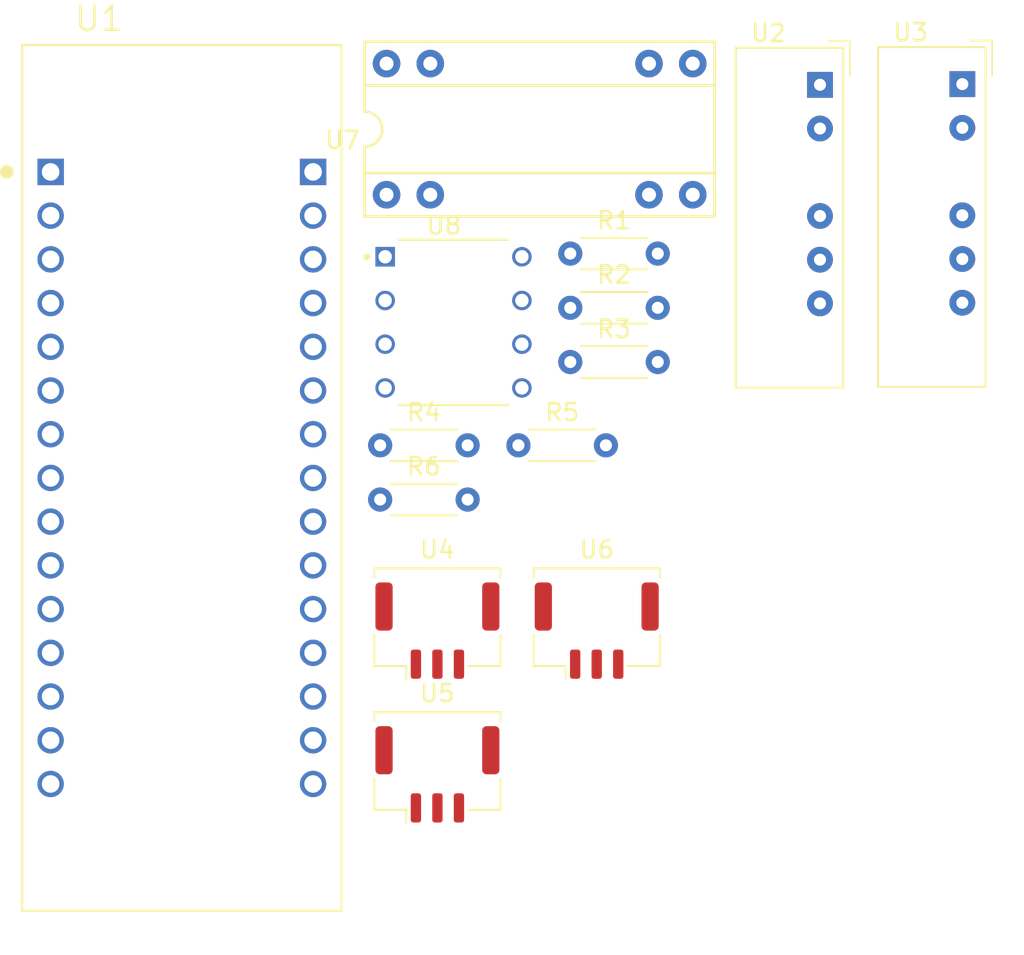
<source format=kicad_pcb>
(kicad_pcb (version 20171130) (host pcbnew "(5.1.10)-1")

  (general
    (thickness 1.6)
    (drawings 0)
    (tracks 0)
    (zones 0)
    (modules 14)
    (nets 10)
  )

  (page A4)
  (layers
    (0 F.Cu signal)
    (31 B.Cu signal)
    (32 B.Adhes user)
    (33 F.Adhes user)
    (34 B.Paste user)
    (35 F.Paste user)
    (36 B.SilkS user)
    (37 F.SilkS user)
    (38 B.Mask user)
    (39 F.Mask user)
    (40 Dwgs.User user)
    (41 Cmts.User user)
    (42 Eco1.User user)
    (43 Eco2.User user)
    (44 Edge.Cuts user)
    (45 Margin user)
    (46 B.CrtYd user)
    (47 F.CrtYd user)
    (48 B.Fab user)
    (49 F.Fab user)
  )

  (setup
    (last_trace_width 0.25)
    (trace_clearance 0.2)
    (zone_clearance 0.508)
    (zone_45_only no)
    (trace_min 0.2)
    (via_size 0.8)
    (via_drill 0.4)
    (via_min_size 0.4)
    (via_min_drill 0.3)
    (uvia_size 0.3)
    (uvia_drill 0.1)
    (uvias_allowed no)
    (uvia_min_size 0.2)
    (uvia_min_drill 0.1)
    (edge_width 0.05)
    (segment_width 0.2)
    (pcb_text_width 0.3)
    (pcb_text_size 1.5 1.5)
    (mod_edge_width 0.12)
    (mod_text_size 1 1)
    (mod_text_width 0.15)
    (pad_size 1.524 1.524)
    (pad_drill 0.762)
    (pad_to_mask_clearance 0)
    (aux_axis_origin 0 0)
    (visible_elements 7FFFFFFF)
    (pcbplotparams
      (layerselection 0x010fc_ffffffff)
      (usegerberextensions false)
      (usegerberattributes true)
      (usegerberadvancedattributes true)
      (creategerberjobfile true)
      (excludeedgelayer true)
      (linewidth 0.100000)
      (plotframeref false)
      (viasonmask false)
      (mode 1)
      (useauxorigin false)
      (hpglpennumber 1)
      (hpglpenspeed 20)
      (hpglpendiameter 15.000000)
      (psnegative false)
      (psa4output false)
      (plotreference true)
      (plotvalue true)
      (plotinvisibletext false)
      (padsonsilk false)
      (subtractmaskfromsilk false)
      (outputformat 1)
      (mirror false)
      (drillshape 1)
      (scaleselection 1)
      (outputdirectory ""))
  )

  (net 0 "")
  (net 1 /S1_APPS)
  (net 2 "Net-(R1-Pad2)")
  (net 3 GND)
  (net 4 /S2_APPS)
  (net 5 "Net-(R3-Pad2)")
  (net 6 /GND_CONVERSOR)
  (net 7 "Net-(R5-Pad2)")
  (net 8 /SINAL)
  (net 9 /+5V)

  (net_class Default "This is the default net class."
    (clearance 0.2)
    (trace_width 0.25)
    (via_dia 0.8)
    (via_drill 0.4)
    (uvia_dia 0.3)
    (uvia_drill 0.1)
    (add_net /+5V)
    (add_net /GND_CONVERSOR)
    (add_net /S1_APPS)
    (add_net /S2_APPS)
    (add_net /SINAL)
    (add_net GND)
    (add_net "Net-(R1-Pad2)")
    (add_net "Net-(R3-Pad2)")
    (add_net "Net-(R5-Pad2)")
  )

  (module Connector_Molex:Molex_CLIK-Mate_502382-0370_1x03-1MP_P1.25mm_Vertical (layer F.Cu) (tedit 5B78AD89) (tstamp 619D9771)
    (at 140.06 127)
    (descr "Molex CLIK-Mate series connector, 502382-0370 (http://www.molex.com/pdm_docs/sd/5023820270_sd.pdf), generated with kicad-footprint-generator")
    (tags "connector Molex CLIK-Mate side entry")
    (path /6170A706)
    (attr smd)
    (fp_text reference U6 (at 0 -4.7) (layer F.SilkS)
      (effects (font (size 1 1) (thickness 0.15)))
    )
    (fp_text value RTY120LVNAX (at 0 4) (layer F.Fab)
      (effects (font (size 1 1) (thickness 0.15)))
    )
    (fp_line (start -1.25 1.242893) (end -0.75 1.95) (layer F.Fab) (width 0.1))
    (fp_line (start -1.75 1.95) (end -1.25 1.242893) (layer F.Fab) (width 0.1))
    (fp_line (start 4.1 -4) (end -4.1 -4) (layer F.CrtYd) (width 0.05))
    (fp_line (start 4.1 3.3) (end 4.1 -4) (layer F.CrtYd) (width 0.05))
    (fp_line (start -4.1 3.3) (end 4.1 3.3) (layer F.CrtYd) (width 0.05))
    (fp_line (start -4.1 -4) (end -4.1 3.3) (layer F.CrtYd) (width 0.05))
    (fp_line (start 3.55 1.95) (end 3.55 -3.5) (layer F.Fab) (width 0.1))
    (fp_line (start -3.55 1.95) (end -3.55 -3.5) (layer F.Fab) (width 0.1))
    (fp_line (start -3.55 -3.5) (end 3.55 -3.5) (layer F.Fab) (width 0.1))
    (fp_line (start 3.66 -3.61) (end 3.66 -3.06) (layer F.SilkS) (width 0.12))
    (fp_line (start -3.66 -3.61) (end 3.66 -3.61) (layer F.SilkS) (width 0.12))
    (fp_line (start -3.66 -3.06) (end -3.66 -3.61) (layer F.SilkS) (width 0.12))
    (fp_line (start 3.66 2.06) (end 1.81 2.06) (layer F.SilkS) (width 0.12))
    (fp_line (start 3.66 0.26) (end 3.66 2.06) (layer F.SilkS) (width 0.12))
    (fp_line (start -1.81 2.06) (end -1.81 2.8) (layer F.SilkS) (width 0.12))
    (fp_line (start -3.66 2.06) (end -1.81 2.06) (layer F.SilkS) (width 0.12))
    (fp_line (start -3.66 0.26) (end -3.66 2.06) (layer F.SilkS) (width 0.12))
    (fp_line (start -3.55 1.95) (end 3.55 1.95) (layer F.Fab) (width 0.1))
    (fp_text user %R (at 0 -0.77) (layer F.Fab)
      (effects (font (size 1 1) (thickness 0.15)))
    )
    (pad MP smd roundrect (at 3.1 -1.4) (size 1 2.8) (layers F.Cu F.Paste F.Mask) (roundrect_rratio 0.25))
    (pad MP smd roundrect (at -3.1 -1.4) (size 1 2.8) (layers F.Cu F.Paste F.Mask) (roundrect_rratio 0.25))
    (pad 3 smd roundrect (at 1.25 1.95) (size 0.6 1.7) (layers F.Cu F.Paste F.Mask) (roundrect_rratio 0.25)
      (net 5 "Net-(R3-Pad2)"))
    (pad 2 smd roundrect (at 0 1.95) (size 0.6 1.7) (layers F.Cu F.Paste F.Mask) (roundrect_rratio 0.25)
      (net 3 GND))
    (pad 1 smd roundrect (at -1.25 1.95) (size 0.6 1.7) (layers F.Cu F.Paste F.Mask) (roundrect_rratio 0.25)
      (net 9 /+5V))
    (model ${KISYS3DMOD}/Connector_Molex.3dshapes/Molex_CLIK-Mate_502382-0370_1x03-1MP_P1.25mm_Vertical.wrl
      (at (xyz 0 0 0))
      (scale (xyz 1 1 1))
      (rotate (xyz 0 0 0))
    )
  )

  (module Connector_Molex:Molex_CLIK-Mate_502382-0370_1x03-1MP_P1.25mm_Vertical (layer F.Cu) (tedit 5B78AD89) (tstamp 619D9755)
    (at 130.81 135.35)
    (descr "Molex CLIK-Mate series connector, 502382-0370 (http://www.molex.com/pdm_docs/sd/5023820270_sd.pdf), generated with kicad-footprint-generator")
    (tags "connector Molex CLIK-Mate side entry")
    (path /61314667)
    (attr smd)
    (fp_text reference U5 (at 0 -4.7) (layer F.SilkS)
      (effects (font (size 1 1) (thickness 0.15)))
    )
    (fp_text value Inversor (at 0 4) (layer F.Fab)
      (effects (font (size 1 1) (thickness 0.15)))
    )
    (fp_line (start -1.25 1.242893) (end -0.75 1.95) (layer F.Fab) (width 0.1))
    (fp_line (start -1.75 1.95) (end -1.25 1.242893) (layer F.Fab) (width 0.1))
    (fp_line (start 4.1 -4) (end -4.1 -4) (layer F.CrtYd) (width 0.05))
    (fp_line (start 4.1 3.3) (end 4.1 -4) (layer F.CrtYd) (width 0.05))
    (fp_line (start -4.1 3.3) (end 4.1 3.3) (layer F.CrtYd) (width 0.05))
    (fp_line (start -4.1 -4) (end -4.1 3.3) (layer F.CrtYd) (width 0.05))
    (fp_line (start 3.55 1.95) (end 3.55 -3.5) (layer F.Fab) (width 0.1))
    (fp_line (start -3.55 1.95) (end -3.55 -3.5) (layer F.Fab) (width 0.1))
    (fp_line (start -3.55 -3.5) (end 3.55 -3.5) (layer F.Fab) (width 0.1))
    (fp_line (start 3.66 -3.61) (end 3.66 -3.06) (layer F.SilkS) (width 0.12))
    (fp_line (start -3.66 -3.61) (end 3.66 -3.61) (layer F.SilkS) (width 0.12))
    (fp_line (start -3.66 -3.06) (end -3.66 -3.61) (layer F.SilkS) (width 0.12))
    (fp_line (start 3.66 2.06) (end 1.81 2.06) (layer F.SilkS) (width 0.12))
    (fp_line (start 3.66 0.26) (end 3.66 2.06) (layer F.SilkS) (width 0.12))
    (fp_line (start -1.81 2.06) (end -1.81 2.8) (layer F.SilkS) (width 0.12))
    (fp_line (start -3.66 2.06) (end -1.81 2.06) (layer F.SilkS) (width 0.12))
    (fp_line (start -3.66 0.26) (end -3.66 2.06) (layer F.SilkS) (width 0.12))
    (fp_line (start -3.55 1.95) (end 3.55 1.95) (layer F.Fab) (width 0.1))
    (fp_text user %R (at 0 -0.77) (layer F.Fab)
      (effects (font (size 1 1) (thickness 0.15)))
    )
    (pad MP smd roundrect (at 3.1 -1.4) (size 1 2.8) (layers F.Cu F.Paste F.Mask) (roundrect_rratio 0.25))
    (pad MP smd roundrect (at -3.1 -1.4) (size 1 2.8) (layers F.Cu F.Paste F.Mask) (roundrect_rratio 0.25))
    (pad 3 smd roundrect (at 1.25 1.95) (size 0.6 1.7) (layers F.Cu F.Paste F.Mask) (roundrect_rratio 0.25))
    (pad 2 smd roundrect (at 0 1.95) (size 0.6 1.7) (layers F.Cu F.Paste F.Mask) (roundrect_rratio 0.25))
    (pad 1 smd roundrect (at -1.25 1.95) (size 0.6 1.7) (layers F.Cu F.Paste F.Mask) (roundrect_rratio 0.25))
    (model ${KISYS3DMOD}/Connector_Molex.3dshapes/Molex_CLIK-Mate_502382-0370_1x03-1MP_P1.25mm_Vertical.wrl
      (at (xyz 0 0 0))
      (scale (xyz 1 1 1))
      (rotate (xyz 0 0 0))
    )
  )

  (module Connector_Molex:Molex_CLIK-Mate_502382-0370_1x03-1MP_P1.25mm_Vertical (layer F.Cu) (tedit 5B78AD89) (tstamp 619D9739)
    (at 130.81 127)
    (descr "Molex CLIK-Mate series connector, 502382-0370 (http://www.molex.com/pdm_docs/sd/5023820270_sd.pdf), generated with kicad-footprint-generator")
    (tags "connector Molex CLIK-Mate side entry")
    (path /61709B77)
    (attr smd)
    (fp_text reference U4 (at 0 -4.7) (layer F.SilkS)
      (effects (font (size 1 1) (thickness 0.15)))
    )
    (fp_text value RTY120LVNAX (at 0 4) (layer F.Fab)
      (effects (font (size 1 1) (thickness 0.15)))
    )
    (fp_line (start -1.25 1.242893) (end -0.75 1.95) (layer F.Fab) (width 0.1))
    (fp_line (start -1.75 1.95) (end -1.25 1.242893) (layer F.Fab) (width 0.1))
    (fp_line (start 4.1 -4) (end -4.1 -4) (layer F.CrtYd) (width 0.05))
    (fp_line (start 4.1 3.3) (end 4.1 -4) (layer F.CrtYd) (width 0.05))
    (fp_line (start -4.1 3.3) (end 4.1 3.3) (layer F.CrtYd) (width 0.05))
    (fp_line (start -4.1 -4) (end -4.1 3.3) (layer F.CrtYd) (width 0.05))
    (fp_line (start 3.55 1.95) (end 3.55 -3.5) (layer F.Fab) (width 0.1))
    (fp_line (start -3.55 1.95) (end -3.55 -3.5) (layer F.Fab) (width 0.1))
    (fp_line (start -3.55 -3.5) (end 3.55 -3.5) (layer F.Fab) (width 0.1))
    (fp_line (start 3.66 -3.61) (end 3.66 -3.06) (layer F.SilkS) (width 0.12))
    (fp_line (start -3.66 -3.61) (end 3.66 -3.61) (layer F.SilkS) (width 0.12))
    (fp_line (start -3.66 -3.06) (end -3.66 -3.61) (layer F.SilkS) (width 0.12))
    (fp_line (start 3.66 2.06) (end 1.81 2.06) (layer F.SilkS) (width 0.12))
    (fp_line (start 3.66 0.26) (end 3.66 2.06) (layer F.SilkS) (width 0.12))
    (fp_line (start -1.81 2.06) (end -1.81 2.8) (layer F.SilkS) (width 0.12))
    (fp_line (start -3.66 2.06) (end -1.81 2.06) (layer F.SilkS) (width 0.12))
    (fp_line (start -3.66 0.26) (end -3.66 2.06) (layer F.SilkS) (width 0.12))
    (fp_line (start -3.55 1.95) (end 3.55 1.95) (layer F.Fab) (width 0.1))
    (fp_text user %R (at 0 -0.77) (layer F.Fab)
      (effects (font (size 1 1) (thickness 0.15)))
    )
    (pad MP smd roundrect (at 3.1 -1.4) (size 1 2.8) (layers F.Cu F.Paste F.Mask) (roundrect_rratio 0.25))
    (pad MP smd roundrect (at -3.1 -1.4) (size 1 2.8) (layers F.Cu F.Paste F.Mask) (roundrect_rratio 0.25))
    (pad 3 smd roundrect (at 1.25 1.95) (size 0.6 1.7) (layers F.Cu F.Paste F.Mask) (roundrect_rratio 0.25)
      (net 2 "Net-(R1-Pad2)"))
    (pad 2 smd roundrect (at 0 1.95) (size 0.6 1.7) (layers F.Cu F.Paste F.Mask) (roundrect_rratio 0.25)
      (net 3 GND))
    (pad 1 smd roundrect (at -1.25 1.95) (size 0.6 1.7) (layers F.Cu F.Paste F.Mask) (roundrect_rratio 0.25)
      (net 9 /+5V))
    (model ${KISYS3DMOD}/Connector_Molex.3dshapes/Molex_CLIK-Mate_502382-0370_1x03-1MP_P1.25mm_Vertical.wrl
      (at (xyz 0 0 0))
      (scale (xyz 1 1 1))
      (rotate (xyz 0 0 0))
    )
  )

  (module Resistor_THT:R_Axial_DIN0204_L3.6mm_D1.6mm_P5.08mm_Horizontal (layer F.Cu) (tedit 5AE5139B) (tstamp 618BDB15)
    (at 138.525001 105.095001)
    (descr "Resistor, Axial_DIN0204 series, Axial, Horizontal, pin pitch=5.08mm, 0.167W, length*diameter=3.6*1.6mm^2, http://cdn-reichelt.de/documents/datenblatt/B400/1_4W%23YAG.pdf")
    (tags "Resistor Axial_DIN0204 series Axial Horizontal pin pitch 5.08mm 0.167W length 3.6mm diameter 1.6mm")
    (path /61704E08)
    (fp_text reference R1 (at 2.54 -1.92) (layer F.SilkS)
      (effects (font (size 1 1) (thickness 0.15)))
    )
    (fp_text value 22k (at 2.54 1.92) (layer F.Fab)
      (effects (font (size 1 1) (thickness 0.15)))
    )
    (fp_line (start 6.03 -1.05) (end -0.95 -1.05) (layer F.CrtYd) (width 0.05))
    (fp_line (start 6.03 1.05) (end 6.03 -1.05) (layer F.CrtYd) (width 0.05))
    (fp_line (start -0.95 1.05) (end 6.03 1.05) (layer F.CrtYd) (width 0.05))
    (fp_line (start -0.95 -1.05) (end -0.95 1.05) (layer F.CrtYd) (width 0.05))
    (fp_line (start 0.62 0.92) (end 4.46 0.92) (layer F.SilkS) (width 0.12))
    (fp_line (start 0.62 -0.92) (end 4.46 -0.92) (layer F.SilkS) (width 0.12))
    (fp_line (start 5.08 0) (end 4.34 0) (layer F.Fab) (width 0.1))
    (fp_line (start 0 0) (end 0.74 0) (layer F.Fab) (width 0.1))
    (fp_line (start 4.34 -0.8) (end 0.74 -0.8) (layer F.Fab) (width 0.1))
    (fp_line (start 4.34 0.8) (end 4.34 -0.8) (layer F.Fab) (width 0.1))
    (fp_line (start 0.74 0.8) (end 4.34 0.8) (layer F.Fab) (width 0.1))
    (fp_line (start 0.74 -0.8) (end 0.74 0.8) (layer F.Fab) (width 0.1))
    (fp_text user %R (at 2.54 0) (layer F.Fab)
      (effects (font (size 0.72 0.72) (thickness 0.108)))
    )
    (pad 1 thru_hole circle (at 0 0) (size 1.4 1.4) (drill 0.7) (layers *.Cu *.Mask)
      (net 1 /S1_APPS))
    (pad 2 thru_hole oval (at 5.08 0) (size 1.4 1.4) (drill 0.7) (layers *.Cu *.Mask)
      (net 2 "Net-(R1-Pad2)"))
    (model ${KISYS3DMOD}/Resistor_THT.3dshapes/R_Axial_DIN0204_L3.6mm_D1.6mm_P5.08mm_Horizontal.wrl
      (at (xyz 0 0 0))
      (scale (xyz 1 1 1))
      (rotate (xyz 0 0 0))
    )
  )

  (module Resistor_THT:R_Axial_DIN0204_L3.6mm_D1.6mm_P5.08mm_Horizontal (layer F.Cu) (tedit 5AE5139B) (tstamp 618BDB28)
    (at 138.525001 108.245001)
    (descr "Resistor, Axial_DIN0204 series, Axial, Horizontal, pin pitch=5.08mm, 0.167W, length*diameter=3.6*1.6mm^2, http://cdn-reichelt.de/documents/datenblatt/B400/1_4W%23YAG.pdf")
    (tags "Resistor Axial_DIN0204 series Axial Horizontal pin pitch 5.08mm 0.167W length 3.6mm diameter 1.6mm")
    (path /61704E0E)
    (fp_text reference R2 (at 2.54 -1.92) (layer F.SilkS)
      (effects (font (size 1 1) (thickness 0.15)))
    )
    (fp_text value 100k (at 2.54 1.92) (layer F.Fab)
      (effects (font (size 1 1) (thickness 0.15)))
    )
    (fp_line (start 0.74 -0.8) (end 0.74 0.8) (layer F.Fab) (width 0.1))
    (fp_line (start 0.74 0.8) (end 4.34 0.8) (layer F.Fab) (width 0.1))
    (fp_line (start 4.34 0.8) (end 4.34 -0.8) (layer F.Fab) (width 0.1))
    (fp_line (start 4.34 -0.8) (end 0.74 -0.8) (layer F.Fab) (width 0.1))
    (fp_line (start 0 0) (end 0.74 0) (layer F.Fab) (width 0.1))
    (fp_line (start 5.08 0) (end 4.34 0) (layer F.Fab) (width 0.1))
    (fp_line (start 0.62 -0.92) (end 4.46 -0.92) (layer F.SilkS) (width 0.12))
    (fp_line (start 0.62 0.92) (end 4.46 0.92) (layer F.SilkS) (width 0.12))
    (fp_line (start -0.95 -1.05) (end -0.95 1.05) (layer F.CrtYd) (width 0.05))
    (fp_line (start -0.95 1.05) (end 6.03 1.05) (layer F.CrtYd) (width 0.05))
    (fp_line (start 6.03 1.05) (end 6.03 -1.05) (layer F.CrtYd) (width 0.05))
    (fp_line (start 6.03 -1.05) (end -0.95 -1.05) (layer F.CrtYd) (width 0.05))
    (fp_text user %R (at 2.54 0) (layer F.Fab)
      (effects (font (size 0.72 0.72) (thickness 0.108)))
    )
    (pad 2 thru_hole oval (at 5.08 0) (size 1.4 1.4) (drill 0.7) (layers *.Cu *.Mask)
      (net 1 /S1_APPS))
    (pad 1 thru_hole circle (at 0 0) (size 1.4 1.4) (drill 0.7) (layers *.Cu *.Mask)
      (net 3 GND))
    (model ${KISYS3DMOD}/Resistor_THT.3dshapes/R_Axial_DIN0204_L3.6mm_D1.6mm_P5.08mm_Horizontal.wrl
      (at (xyz 0 0 0))
      (scale (xyz 1 1 1))
      (rotate (xyz 0 0 0))
    )
  )

  (module Resistor_THT:R_Axial_DIN0204_L3.6mm_D1.6mm_P5.08mm_Horizontal (layer F.Cu) (tedit 5AE5139B) (tstamp 618BDB3B)
    (at 138.525001 111.395001)
    (descr "Resistor, Axial_DIN0204 series, Axial, Horizontal, pin pitch=5.08mm, 0.167W, length*diameter=3.6*1.6mm^2, http://cdn-reichelt.de/documents/datenblatt/B400/1_4W%23YAG.pdf")
    (tags "Resistor Axial_DIN0204 series Axial Horizontal pin pitch 5.08mm 0.167W length 3.6mm diameter 1.6mm")
    (path /613B1CB8)
    (fp_text reference R3 (at 2.54 -1.92) (layer F.SilkS)
      (effects (font (size 1 1) (thickness 0.15)))
    )
    (fp_text value 22k (at 2.54 1.92) (layer F.Fab)
      (effects (font (size 1 1) (thickness 0.15)))
    )
    (fp_line (start 6.03 -1.05) (end -0.95 -1.05) (layer F.CrtYd) (width 0.05))
    (fp_line (start 6.03 1.05) (end 6.03 -1.05) (layer F.CrtYd) (width 0.05))
    (fp_line (start -0.95 1.05) (end 6.03 1.05) (layer F.CrtYd) (width 0.05))
    (fp_line (start -0.95 -1.05) (end -0.95 1.05) (layer F.CrtYd) (width 0.05))
    (fp_line (start 0.62 0.92) (end 4.46 0.92) (layer F.SilkS) (width 0.12))
    (fp_line (start 0.62 -0.92) (end 4.46 -0.92) (layer F.SilkS) (width 0.12))
    (fp_line (start 5.08 0) (end 4.34 0) (layer F.Fab) (width 0.1))
    (fp_line (start 0 0) (end 0.74 0) (layer F.Fab) (width 0.1))
    (fp_line (start 4.34 -0.8) (end 0.74 -0.8) (layer F.Fab) (width 0.1))
    (fp_line (start 4.34 0.8) (end 4.34 -0.8) (layer F.Fab) (width 0.1))
    (fp_line (start 0.74 0.8) (end 4.34 0.8) (layer F.Fab) (width 0.1))
    (fp_line (start 0.74 -0.8) (end 0.74 0.8) (layer F.Fab) (width 0.1))
    (fp_text user %R (at 2.54 0) (layer F.Fab)
      (effects (font (size 0.72 0.72) (thickness 0.108)))
    )
    (pad 1 thru_hole circle (at 0 0) (size 1.4 1.4) (drill 0.7) (layers *.Cu *.Mask)
      (net 4 /S2_APPS))
    (pad 2 thru_hole oval (at 5.08 0) (size 1.4 1.4) (drill 0.7) (layers *.Cu *.Mask)
      (net 5 "Net-(R3-Pad2)"))
    (model ${KISYS3DMOD}/Resistor_THT.3dshapes/R_Axial_DIN0204_L3.6mm_D1.6mm_P5.08mm_Horizontal.wrl
      (at (xyz 0 0 0))
      (scale (xyz 1 1 1))
      (rotate (xyz 0 0 0))
    )
  )

  (module Resistor_THT:R_Axial_DIN0204_L3.6mm_D1.6mm_P5.08mm_Horizontal (layer F.Cu) (tedit 5AE5139B) (tstamp 618BDB4E)
    (at 127.485001 116.235001)
    (descr "Resistor, Axial_DIN0204 series, Axial, Horizontal, pin pitch=5.08mm, 0.167W, length*diameter=3.6*1.6mm^2, http://cdn-reichelt.de/documents/datenblatt/B400/1_4W%23YAG.pdf")
    (tags "Resistor Axial_DIN0204 series Axial Horizontal pin pitch 5.08mm 0.167W length 3.6mm diameter 1.6mm")
    (path /613B1CBE)
    (fp_text reference R4 (at 2.54 -1.92) (layer F.SilkS)
      (effects (font (size 1 1) (thickness 0.15)))
    )
    (fp_text value 100k (at 2.54 1.92) (layer F.Fab)
      (effects (font (size 1 1) (thickness 0.15)))
    )
    (fp_line (start 0.74 -0.8) (end 0.74 0.8) (layer F.Fab) (width 0.1))
    (fp_line (start 0.74 0.8) (end 4.34 0.8) (layer F.Fab) (width 0.1))
    (fp_line (start 4.34 0.8) (end 4.34 -0.8) (layer F.Fab) (width 0.1))
    (fp_line (start 4.34 -0.8) (end 0.74 -0.8) (layer F.Fab) (width 0.1))
    (fp_line (start 0 0) (end 0.74 0) (layer F.Fab) (width 0.1))
    (fp_line (start 5.08 0) (end 4.34 0) (layer F.Fab) (width 0.1))
    (fp_line (start 0.62 -0.92) (end 4.46 -0.92) (layer F.SilkS) (width 0.12))
    (fp_line (start 0.62 0.92) (end 4.46 0.92) (layer F.SilkS) (width 0.12))
    (fp_line (start -0.95 -1.05) (end -0.95 1.05) (layer F.CrtYd) (width 0.05))
    (fp_line (start -0.95 1.05) (end 6.03 1.05) (layer F.CrtYd) (width 0.05))
    (fp_line (start 6.03 1.05) (end 6.03 -1.05) (layer F.CrtYd) (width 0.05))
    (fp_line (start 6.03 -1.05) (end -0.95 -1.05) (layer F.CrtYd) (width 0.05))
    (fp_text user %R (at 2.54 0) (layer F.Fab)
      (effects (font (size 0.72 0.72) (thickness 0.108)))
    )
    (pad 2 thru_hole oval (at 5.08 0) (size 1.4 1.4) (drill 0.7) (layers *.Cu *.Mask)
      (net 4 /S2_APPS))
    (pad 1 thru_hole circle (at 0 0) (size 1.4 1.4) (drill 0.7) (layers *.Cu *.Mask)
      (net 3 GND))
    (model ${KISYS3DMOD}/Resistor_THT.3dshapes/R_Axial_DIN0204_L3.6mm_D1.6mm_P5.08mm_Horizontal.wrl
      (at (xyz 0 0 0))
      (scale (xyz 1 1 1))
      (rotate (xyz 0 0 0))
    )
  )

  (module Resistor_THT:R_Axial_DIN0204_L3.6mm_D1.6mm_P5.08mm_Horizontal (layer F.Cu) (tedit 5AE5139B) (tstamp 618BDB61)
    (at 135.515001 116.235001)
    (descr "Resistor, Axial_DIN0204 series, Axial, Horizontal, pin pitch=5.08mm, 0.167W, length*diameter=3.6*1.6mm^2, http://cdn-reichelt.de/documents/datenblatt/B400/1_4W%23YAG.pdf")
    (tags "Resistor Axial_DIN0204 series Axial Horizontal pin pitch 5.08mm 0.167W length 3.6mm diameter 1.6mm")
    (path /61720C94)
    (fp_text reference R5 (at 2.54 -1.92) (layer F.SilkS)
      (effects (font (size 1 1) (thickness 0.15)))
    )
    (fp_text value 22k (at 2.54 1.92) (layer F.Fab)
      (effects (font (size 1 1) (thickness 0.15)))
    )
    (fp_line (start 6.03 -1.05) (end -0.95 -1.05) (layer F.CrtYd) (width 0.05))
    (fp_line (start 6.03 1.05) (end 6.03 -1.05) (layer F.CrtYd) (width 0.05))
    (fp_line (start -0.95 1.05) (end 6.03 1.05) (layer F.CrtYd) (width 0.05))
    (fp_line (start -0.95 -1.05) (end -0.95 1.05) (layer F.CrtYd) (width 0.05))
    (fp_line (start 0.62 0.92) (end 4.46 0.92) (layer F.SilkS) (width 0.12))
    (fp_line (start 0.62 -0.92) (end 4.46 -0.92) (layer F.SilkS) (width 0.12))
    (fp_line (start 5.08 0) (end 4.34 0) (layer F.Fab) (width 0.1))
    (fp_line (start 0 0) (end 0.74 0) (layer F.Fab) (width 0.1))
    (fp_line (start 4.34 -0.8) (end 0.74 -0.8) (layer F.Fab) (width 0.1))
    (fp_line (start 4.34 0.8) (end 4.34 -0.8) (layer F.Fab) (width 0.1))
    (fp_line (start 0.74 0.8) (end 4.34 0.8) (layer F.Fab) (width 0.1))
    (fp_line (start 0.74 -0.8) (end 0.74 0.8) (layer F.Fab) (width 0.1))
    (fp_text user %R (at 2.54 0) (layer F.Fab)
      (effects (font (size 0.72 0.72) (thickness 0.108)))
    )
    (pad 1 thru_hole circle (at 0 0) (size 1.4 1.4) (drill 0.7) (layers *.Cu *.Mask)
      (net 6 /GND_CONVERSOR))
    (pad 2 thru_hole oval (at 5.08 0) (size 1.4 1.4) (drill 0.7) (layers *.Cu *.Mask)
      (net 7 "Net-(R5-Pad2)"))
    (model ${KISYS3DMOD}/Resistor_THT.3dshapes/R_Axial_DIN0204_L3.6mm_D1.6mm_P5.08mm_Horizontal.wrl
      (at (xyz 0 0 0))
      (scale (xyz 1 1 1))
      (rotate (xyz 0 0 0))
    )
  )

  (module Resistor_THT:R_Axial_DIN0204_L3.6mm_D1.6mm_P5.08mm_Horizontal (layer F.Cu) (tedit 5AE5139B) (tstamp 618BDB74)
    (at 127.485001 119.385001)
    (descr "Resistor, Axial_DIN0204 series, Axial, Horizontal, pin pitch=5.08mm, 0.167W, length*diameter=3.6*1.6mm^2, http://cdn-reichelt.de/documents/datenblatt/B400/1_4W%23YAG.pdf")
    (tags "Resistor Axial_DIN0204 series Axial Horizontal pin pitch 5.08mm 0.167W length 3.6mm diameter 1.6mm")
    (path /617276F6)
    (fp_text reference R6 (at 2.54 -1.92) (layer F.SilkS)
      (effects (font (size 1 1) (thickness 0.15)))
    )
    (fp_text value 100k (at 2.54 1.92) (layer F.Fab)
      (effects (font (size 1 1) (thickness 0.15)))
    )
    (fp_line (start 0.74 -0.8) (end 0.74 0.8) (layer F.Fab) (width 0.1))
    (fp_line (start 0.74 0.8) (end 4.34 0.8) (layer F.Fab) (width 0.1))
    (fp_line (start 4.34 0.8) (end 4.34 -0.8) (layer F.Fab) (width 0.1))
    (fp_line (start 4.34 -0.8) (end 0.74 -0.8) (layer F.Fab) (width 0.1))
    (fp_line (start 0 0) (end 0.74 0) (layer F.Fab) (width 0.1))
    (fp_line (start 5.08 0) (end 4.34 0) (layer F.Fab) (width 0.1))
    (fp_line (start 0.62 -0.92) (end 4.46 -0.92) (layer F.SilkS) (width 0.12))
    (fp_line (start 0.62 0.92) (end 4.46 0.92) (layer F.SilkS) (width 0.12))
    (fp_line (start -0.95 -1.05) (end -0.95 1.05) (layer F.CrtYd) (width 0.05))
    (fp_line (start -0.95 1.05) (end 6.03 1.05) (layer F.CrtYd) (width 0.05))
    (fp_line (start 6.03 1.05) (end 6.03 -1.05) (layer F.CrtYd) (width 0.05))
    (fp_line (start 6.03 -1.05) (end -0.95 -1.05) (layer F.CrtYd) (width 0.05))
    (fp_text user %R (at 2.54 0) (layer F.Fab)
      (effects (font (size 0.72 0.72) (thickness 0.108)))
    )
    (pad 2 thru_hole oval (at 5.08 0) (size 1.4 1.4) (drill 0.7) (layers *.Cu *.Mask)
      (net 7 "Net-(R5-Pad2)"))
    (pad 1 thru_hole circle (at 0 0) (size 1.4 1.4) (drill 0.7) (layers *.Cu *.Mask)
      (net 8 /SINAL))
    (model ${KISYS3DMOD}/Resistor_THT.3dshapes/R_Axial_DIN0204_L3.6mm_D1.6mm_P5.08mm_Horizontal.wrl
      (at (xyz 0 0 0))
      (scale (xyz 1 1 1))
      (rotate (xyz 0 0 0))
    )
  )

  (module NUCLEO-F303K8:MODULE_NUCLEO-F303K8 (layer F.Cu) (tedit 618AC378) (tstamp 618BDBA3)
    (at 115.970001 118.130001)
    (path /6131B573)
    (fp_text reference U1 (at -4.81314 -26.68421) (layer F.SilkS)
      (effects (font (size 1.402378 1.402378) (thickness 0.15)))
    )
    (fp_text value STM32F303K8 (at 8.53572 26.628805) (layer F.Fab)
      (effects (font (size 1.400937 1.400937) (thickness 0.15)))
    )
    (fp_line (start 9.52 25.395) (end -9.52 25.395) (layer F.CrtYd) (width 0.05))
    (fp_line (start 9.52 -25.395) (end 9.52 25.395) (layer F.CrtYd) (width 0.05))
    (fp_line (start -9.52 -25.395) (end 9.52 -25.395) (layer F.CrtYd) (width 0.05))
    (fp_line (start -9.52 25.395) (end -9.52 -25.395) (layer F.CrtYd) (width 0.05))
    (fp_circle (center -10.16 -17.78) (end -9.96 -17.78) (layer F.SilkS) (width 0.4))
    (fp_line (start 9.27 25.145) (end -9.27 25.145) (layer F.SilkS) (width 0.127))
    (fp_line (start 9.27 -25.145) (end 9.27 25.145) (layer F.SilkS) (width 0.127))
    (fp_line (start -9.27 -25.145) (end 9.27 -25.145) (layer F.SilkS) (width 0.127))
    (fp_line (start -9.27 25.145) (end -9.27 -25.145) (layer F.SilkS) (width 0.127))
    (fp_line (start 9.27 25.145) (end -9.27 25.145) (layer F.Fab) (width 0.127))
    (fp_line (start 9.27 -25.145) (end 9.27 25.145) (layer F.Fab) (width 0.127))
    (fp_line (start -9.27 -25.145) (end 9.27 -25.145) (layer F.Fab) (width 0.127))
    (fp_line (start -9.27 25.145) (end -9.27 -25.145) (layer F.Fab) (width 0.127))
    (pad 3.1 thru_hole rect (at -7.62 -17.78) (size 1.53 1.53) (drill 1.02) (layers *.Cu *.Mask))
    (pad 4.1 thru_hole rect (at 7.62 -17.78) (size 1.53 1.53) (drill 1.02) (layers *.Cu *.Mask))
    (pad 3.2 thru_hole circle (at -7.62 -15.24) (size 1.53 1.53) (drill 1.02) (layers *.Cu *.Mask))
    (pad 4.2 thru_hole circle (at 7.62 -15.24) (size 1.53 1.53) (drill 1.02) (layers *.Cu *.Mask))
    (pad 3.3 thru_hole circle (at -7.62 -12.7) (size 1.53 1.53) (drill 1.02) (layers *.Cu *.Mask))
    (pad 4.3 thru_hole circle (at 7.62 -12.7) (size 1.53 1.53) (drill 1.02) (layers *.Cu *.Mask))
    (pad 3.4 thru_hole circle (at -7.62 -10.16) (size 1.53 1.53) (drill 1.02) (layers *.Cu *.Mask))
    (pad 4.4 thru_hole circle (at 7.62 -10.16) (size 1.53 1.53) (drill 1.02) (layers *.Cu *.Mask))
    (pad 3.5 thru_hole circle (at -7.62 -7.62) (size 1.53 1.53) (drill 1.02) (layers *.Cu *.Mask))
    (pad 4.5 thru_hole circle (at 7.62 -7.62) (size 1.53 1.53) (drill 1.02) (layers *.Cu *.Mask))
    (pad 3.6 thru_hole circle (at -7.62 -5.08) (size 1.53 1.53) (drill 1.02) (layers *.Cu *.Mask))
    (pad 4.6 thru_hole circle (at 7.62 -5.08) (size 1.53 1.53) (drill 1.02) (layers *.Cu *.Mask))
    (pad 3.7 thru_hole circle (at -7.62 -2.54) (size 1.53 1.53) (drill 1.02) (layers *.Cu *.Mask))
    (pad 4.7 thru_hole circle (at 7.62 -2.54) (size 1.53 1.53) (drill 1.02) (layers *.Cu *.Mask))
    (pad 3.8 thru_hole circle (at -7.62 0) (size 1.53 1.53) (drill 1.02) (layers *.Cu *.Mask))
    (pad 4.8 thru_hole circle (at 7.62 0) (size 1.53 1.53) (drill 1.02) (layers *.Cu *.Mask))
    (pad 3.9 thru_hole circle (at -7.62 2.54) (size 1.53 1.53) (drill 1.02) (layers *.Cu *.Mask))
    (pad 4.9 thru_hole circle (at 7.62 2.54) (size 1.53 1.53) (drill 1.02) (layers *.Cu *.Mask))
    (pad 3.10 thru_hole circle (at -7.62 5.08) (size 1.53 1.53) (drill 1.02) (layers *.Cu *.Mask))
    (pad 4.10 thru_hole circle (at 7.62 5.08) (size 1.53 1.53) (drill 1.02) (layers *.Cu *.Mask))
    (pad 3.11 thru_hole circle (at -7.62 7.62) (size 1.53 1.53) (drill 1.02) (layers *.Cu *.Mask))
    (pad 4.11 thru_hole circle (at 7.62 7.62) (size 1.53 1.53) (drill 1.02) (layers *.Cu *.Mask))
    (pad 3.12 thru_hole circle (at -7.62 10.16) (size 1.53 1.53) (drill 1.02) (layers *.Cu *.Mask))
    (pad 4.12 thru_hole circle (at 7.62 10.16) (size 1.53 1.53) (drill 1.02) (layers *.Cu *.Mask))
    (pad 3.13 thru_hole circle (at -7.62 12.7) (size 1.53 1.53) (drill 1.02) (layers *.Cu *.Mask))
    (pad 4.13 thru_hole circle (at 7.62 12.7) (size 1.53 1.53) (drill 1.02) (layers *.Cu *.Mask))
    (pad 3.14 thru_hole circle (at -7.62 15.24) (size 1.53 1.53) (drill 1.02) (layers *.Cu *.Mask))
    (pad 4.14 thru_hole circle (at 7.62 15.24) (size 1.53 1.53) (drill 1.02) (layers *.Cu *.Mask))
    (pad 3.15 thru_hole circle (at -7.62 17.78) (size 1.53 1.53) (drill 1.02) (layers *.Cu *.Mask))
    (pad 4.15 thru_hole circle (at 7.62 17.78) (size 1.53 1.53) (drill 1.02) (layers *.Cu *.Mask))
  )

  (module Converter_DCDC:Converter_DCDC_muRata_NMAxxxxSC_THT (layer F.Cu) (tedit 59FDEA2E) (tstamp 618BDBBC)
    (at 153.025001 95.290001)
    (descr "muRata NMAxxxxSC footprint based on SIP7, http://power.murata.com/data/power/ncl/kdc_nma.pdf")
    (tags "muRata NMAxxxxSC DCDC-Converter")
    (path /613688E2)
    (fp_text reference U2 (at -3 -3) (layer F.SilkS)
      (effects (font (size 1 1) (thickness 0.15)))
    )
    (fp_text value A0515S-2W (at -1 19) (layer F.Fab)
      (effects (font (size 1 1) (thickness 0.15)))
    )
    (fp_line (start 1.48 -2.28) (end -5.02 -2.28) (layer F.CrtYd) (width 0.05))
    (fp_line (start 1.48 17.72) (end 1.48 -2.28) (layer F.CrtYd) (width 0.05))
    (fp_line (start -5.02 17.72) (end 1.48 17.72) (layer F.CrtYd) (width 0.05))
    (fp_line (start -5.02 -2.28) (end -5.02 17.72) (layer F.CrtYd) (width 0.05))
    (fp_line (start 1.35 -2.15) (end -4.89 -2.15) (layer F.SilkS) (width 0.12))
    (fp_line (start 1.35 17.59) (end 1.35 -2.15) (layer F.SilkS) (width 0.12))
    (fp_line (start -4.89 17.59) (end 1.33 17.59) (layer F.SilkS) (width 0.12))
    (fp_line (start -4.89 -2.15) (end -4.89 17.59) (layer F.SilkS) (width 0.12))
    (fp_line (start 0.23 -2.03) (end -4.77 -2.03) (layer F.Fab) (width 0.1))
    (fp_line (start 1.23 17.47) (end 1.23 -1.03) (layer F.Fab) (width 0.1))
    (fp_line (start -4.77 17.47) (end 1.23 17.47) (layer F.Fab) (width 0.1))
    (fp_line (start -4.77 -2.03) (end -4.77 17.47) (layer F.Fab) (width 0.1))
    (fp_line (start 1.73 -2.53) (end 1.73 -0.5) (layer F.SilkS) (width 0.1))
    (fp_line (start 1.73 -2.53) (end 0.5 -2.53) (layer F.SilkS) (width 0.1))
    (fp_line (start 0.23 -2.03) (end 1.23 -1.03) (layer F.Fab) (width 0.1))
    (fp_text user %R (at -2.25 6 90) (layer F.Fab)
      (effects (font (size 1 1) (thickness 0.15)))
    )
    (pad 1 thru_hole rect (at 0 0) (size 1.5 1.5) (drill 0.7) (layers *.Cu *.Mask))
    (pad 2 thru_hole oval (at 0 2.54) (size 1.5 1.5) (drill 0.7) (layers *.Cu *.Mask))
    (pad 4 thru_hole oval (at 0 7.62) (size 1.5 1.5) (drill 0.7) (layers *.Cu *.Mask))
    (pad 5 thru_hole oval (at 0 10.16) (size 1.5 1.5) (drill 0.7) (layers *.Cu *.Mask))
    (pad 6 thru_hole oval (at 0 12.7) (size 1.5 1.5) (drill 0.7) (layers *.Cu *.Mask))
    (model ${KISYS3DMOD}/Converter_DCDC.3dshapes/Converter_DCDC_muRata_NMAxxxxSC_THT.wrl
      (at (xyz 0 0 0))
      (scale (xyz 1 1 1))
      (rotate (xyz 0 0 0))
    )
  )

  (module Converter_DCDC:Converter_DCDC_muRata_NMAxxxxSC_THT (layer F.Cu) (tedit 59FDEA2E) (tstamp 618BDBD5)
    (at 161.29 95.25)
    (descr "muRata NMAxxxxSC footprint based on SIP7, http://power.murata.com/data/power/ncl/kdc_nma.pdf")
    (tags "muRata NMAxxxxSC DCDC-Converter")
    (path /61369FB1)
    (fp_text reference U3 (at -3 -3) (layer F.SilkS)
      (effects (font (size 1 1) (thickness 0.15)))
    )
    (fp_text value A0515S-2W (at -1 19) (layer F.Fab)
      (effects (font (size 1 1) (thickness 0.15)))
    )
    (fp_line (start 0.23 -2.03) (end 1.23 -1.03) (layer F.Fab) (width 0.1))
    (fp_line (start 1.73 -2.53) (end 0.5 -2.53) (layer F.SilkS) (width 0.1))
    (fp_line (start 1.73 -2.53) (end 1.73 -0.5) (layer F.SilkS) (width 0.1))
    (fp_line (start -4.77 -2.03) (end -4.77 17.47) (layer F.Fab) (width 0.1))
    (fp_line (start -4.77 17.47) (end 1.23 17.47) (layer F.Fab) (width 0.1))
    (fp_line (start 1.23 17.47) (end 1.23 -1.03) (layer F.Fab) (width 0.1))
    (fp_line (start 0.23 -2.03) (end -4.77 -2.03) (layer F.Fab) (width 0.1))
    (fp_line (start -4.89 -2.15) (end -4.89 17.59) (layer F.SilkS) (width 0.12))
    (fp_line (start -4.89 17.59) (end 1.33 17.59) (layer F.SilkS) (width 0.12))
    (fp_line (start 1.35 17.59) (end 1.35 -2.15) (layer F.SilkS) (width 0.12))
    (fp_line (start 1.35 -2.15) (end -4.89 -2.15) (layer F.SilkS) (width 0.12))
    (fp_line (start -5.02 -2.28) (end -5.02 17.72) (layer F.CrtYd) (width 0.05))
    (fp_line (start -5.02 17.72) (end 1.48 17.72) (layer F.CrtYd) (width 0.05))
    (fp_line (start 1.48 17.72) (end 1.48 -2.28) (layer F.CrtYd) (width 0.05))
    (fp_line (start 1.48 -2.28) (end -5.02 -2.28) (layer F.CrtYd) (width 0.05))
    (fp_text user %R (at -2.25 6 90) (layer F.Fab)
      (effects (font (size 1 1) (thickness 0.15)))
    )
    (pad 6 thru_hole oval (at 0 12.7) (size 1.5 1.5) (drill 0.7) (layers *.Cu *.Mask))
    (pad 5 thru_hole oval (at 0 10.16) (size 1.5 1.5) (drill 0.7) (layers *.Cu *.Mask))
    (pad 4 thru_hole oval (at 0 7.62) (size 1.5 1.5) (drill 0.7) (layers *.Cu *.Mask))
    (pad 2 thru_hole oval (at 0 2.54) (size 1.5 1.5) (drill 0.7) (layers *.Cu *.Mask))
    (pad 1 thru_hole rect (at 0 0) (size 1.5 1.5) (drill 0.7) (layers *.Cu *.Mask))
    (model ${KISYS3DMOD}/Converter_DCDC.3dshapes/Converter_DCDC_muRata_NMAxxxxSC_THT.wrl
      (at (xyz 0 0 0))
      (scale (xyz 1 1 1))
      (rotate (xyz 0 0 0))
    )
  )

  (module ISO124:8 (layer F.Cu) (tedit 618AC40A) (tstamp 618BDBED)
    (at 136.746201 97.866201)
    (descr "<b>Dual In Line </b>")
    (path /61322998)
    (fp_text reference U7 (at -11.44641 0.63592 180) (layer F.SilkS)
      (effects (font (size 1.001433 1.001433) (thickness 0.15)))
    )
    (fp_text value ISO124 (at -2.543715 0.000001) (layer F.Fab)
      (effects (font (size 1.001457 1.001457) (thickness 0.15)))
    )
    (fp_line (start 10.16 2.54) (end 10.16 5.08) (layer F.SilkS) (width 0.1524))
    (fp_line (start -10.16 2.54) (end -10.16 1.016) (layer F.SilkS) (width 0.1524))
    (fp_line (start -10.16 2.54) (end 10.16 2.54) (layer F.SilkS) (width 0.1524))
    (fp_line (start 10.16 -2.54) (end 10.16 2.54) (layer F.SilkS) (width 0.1524))
    (fp_line (start -10.16 -2.54) (end -10.16 -1.016) (layer F.SilkS) (width 0.1524))
    (fp_line (start -10.16 -2.54) (end 10.16 -2.54) (layer F.SilkS) (width 0.1524))
    (fp_line (start -10.16 5.08) (end -10.16 2.54) (layer F.SilkS) (width 0.1524))
    (fp_line (start -10.16 -5.08) (end -10.16 -2.54) (layer F.SilkS) (width 0.1524))
    (fp_line (start 10.16 -5.08) (end 10.16 -2.54) (layer F.SilkS) (width 0.1524))
    (fp_line (start -10.16 5.08) (end 10.16 5.08) (layer F.SilkS) (width 0.1524))
    (fp_line (start 10.16 -5.08) (end -10.16 -5.08) (layer F.SilkS) (width 0.1524))
    (fp_arc (start -10.16 0) (end -10.16 1.016) (angle -180) (layer F.SilkS) (width 0.1524))
    (pad 1 thru_hole circle (at -8.89 3.81) (size 1.6002 1.6002) (drill 0.8128) (layers *.Cu *.Mask))
    (pad 2 thru_hole circle (at -6.35 3.81) (size 1.6002 1.6002) (drill 0.8128) (layers *.Cu *.Mask))
    (pad 7 thru_hole circle (at 6.35 3.81) (size 1.6002 1.6002) (drill 0.8128) (layers *.Cu *.Mask))
    (pad 8 thru_hole circle (at 8.89 3.81) (size 1.6002 1.6002) (drill 0.8128) (layers *.Cu *.Mask))
    (pad 9 thru_hole circle (at 8.89 -3.81) (size 1.6002 1.6002) (drill 0.8128) (layers *.Cu *.Mask))
    (pad 10 thru_hole circle (at 6.35 -3.81) (size 1.6002 1.6002) (drill 0.8128) (layers *.Cu *.Mask))
    (pad 15 thru_hole circle (at -6.35 -3.81) (size 1.6002 1.6002) (drill 0.8128) (layers *.Cu *.Mask))
    (pad 16 thru_hole circle (at -8.89 -3.81) (size 1.6002 1.6002) (drill 0.8128) (layers *.Cu *.Mask))
  )

  (module LM358P:DIP794W45P254L959H508Q8 (layer F.Cu) (tedit 618AC210) (tstamp 618BDC05)
    (at 131.745001 109.090001)
    (path /6171CCA7)
    (fp_text reference U8 (at -0.565 -5.607) (layer F.SilkS)
      (effects (font (size 1 1) (thickness 0.15)))
    )
    (fp_text value LM358P (at 10.865 5.607) (layer F.Fab)
      (effects (font (size 1 1) (thickness 0.15)))
    )
    (fp_line (start -4.785 -5.045) (end -4.785 5.045) (layer F.CrtYd) (width 0.05))
    (fp_line (start 4.785 -5.045) (end 4.785 5.045) (layer F.CrtYd) (width 0.05))
    (fp_line (start 4.785 5.045) (end -4.785 5.045) (layer F.CrtYd) (width 0.05))
    (fp_line (start 4.785 -5.045) (end -4.785 -5.045) (layer F.CrtYd) (width 0.05))
    (fp_line (start 3.175 -4.795) (end 3.175 4.795) (layer F.Fab) (width 0.127))
    (fp_line (start -3.175 -4.795) (end -3.175 4.795) (layer F.Fab) (width 0.127))
    (fp_line (start -3.175 4.795) (end 3.175 4.795) (layer F.SilkS) (width 0.127))
    (fp_line (start -3.175 -4.795) (end 3.175 -4.795) (layer F.SilkS) (width 0.127))
    (fp_line (start -3.175 4.795) (end 3.175 4.795) (layer F.Fab) (width 0.127))
    (fp_line (start -3.175 -4.795) (end 3.175 -4.795) (layer F.Fab) (width 0.127))
    (fp_circle (center -5.035 -3.81) (end -4.935 -3.81) (layer F.Fab) (width 0.2))
    (fp_circle (center -5.035 -3.81) (end -4.935 -3.81) (layer F.SilkS) (width 0.2))
    (pad 1 thru_hole rect (at -3.97 -3.81) (size 1.13 1.13) (drill 0.78) (layers *.Cu *.Mask))
    (pad 2 thru_hole circle (at -3.97 -1.27) (size 1.13 1.13) (drill 0.78) (layers *.Cu *.Mask))
    (pad 3 thru_hole circle (at -3.97 1.27) (size 1.13 1.13) (drill 0.78) (layers *.Cu *.Mask))
    (pad 4 thru_hole circle (at -3.97 3.81) (size 1.13 1.13) (drill 0.78) (layers *.Cu *.Mask))
    (pad 5 thru_hole circle (at 3.97 3.81) (size 1.13 1.13) (drill 0.78) (layers *.Cu *.Mask))
    (pad 6 thru_hole circle (at 3.97 1.27) (size 1.13 1.13) (drill 0.78) (layers *.Cu *.Mask))
    (pad 7 thru_hole circle (at 3.97 -1.27) (size 1.13 1.13) (drill 0.78) (layers *.Cu *.Mask))
    (pad 8 thru_hole circle (at 3.97 -3.81) (size 1.13 1.13) (drill 0.78) (layers *.Cu *.Mask))
  )

)

</source>
